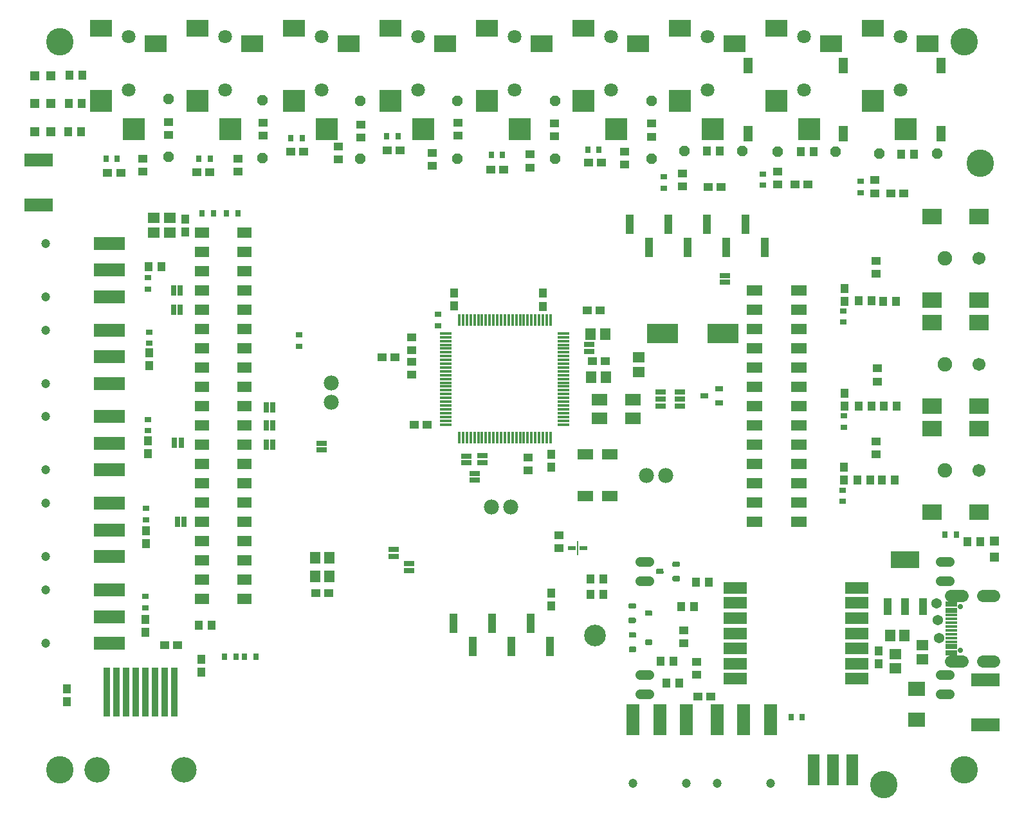
<source format=gts>
G04 EAGLE Gerber RS-274X export*
G75*
%MOMM*%
%FSLAX34Y34*%
%LPD*%
%INSoldermask Top*%
%IPPOS*%
%AMOC8*
5,1,8,0,0,1.08239X$1,22.5*%
G01*
%ADD10C,3.601600*%
%ADD11R,1.101600X2.201600*%
%ADD12R,3.801600X2.201600*%
%ADD13R,1.401600X1.601600*%
%ADD14R,1.601600X1.401600*%
%ADD15R,1.201600X1.101600*%
%ADD16R,1.101600X1.201600*%
%ADD17C,1.981200*%
%ADD18C,1.801600*%
%ADD19R,2.901600X2.301600*%
%ADD20R,2.901600X2.901600*%
%ADD21R,2.001600X1.501600*%
%ADD22R,1.301600X1.301600*%
%ADD23R,2.501600X2.101600*%
%ADD24C,1.701600*%
%ADD25C,1.901600*%
%ADD26R,1.371600X0.736600*%
%ADD27R,0.861600X6.451600*%
%ADD28C,3.351600*%
%ADD29R,1.601600X0.371600*%
%ADD30R,0.371600X1.601600*%
%ADD31R,2.001600X1.401600*%
%ADD32R,3.101600X1.601600*%
%ADD33R,4.101600X1.701600*%
%ADD34C,1.201600*%
%ADD35R,1.625600X4.165600*%
%ADD36C,2.851600*%
%ADD37R,1.879600X1.371600*%
%ADD38R,1.371600X0.660400*%
%ADD39R,1.701600X4.101600*%
%ADD40R,0.736600X1.371600*%
%ADD41C,1.301600*%
%ADD42P,1.429621X8X112.500000*%
%ADD43P,1.429621X8X22.500000*%
%ADD44R,2.133600X1.371600*%
%ADD45R,1.193800X2.108200*%
%ADD46R,0.901600X0.701600*%
%ADD47R,0.701600X0.901600*%
%ADD48R,4.101600X2.601600*%
%ADD49R,1.117600X0.736600*%
%ADD50R,1.101600X2.601600*%
%ADD51R,3.801600X1.801600*%
%ADD52R,1.117600X0.609600*%
%ADD53R,0.152400X1.828800*%
%ADD54C,1.601600*%
%ADD55R,1.501600X0.701600*%
%ADD56R,1.501600X0.401600*%
%ADD57C,0.701600*%
%ADD58C,1.371600*%
%ADD59R,2.261600X1.881600*%

G36*
X863473Y316648D02*
X863473Y316648D01*
X863474Y316646D01*
X863756Y316668D01*
X863761Y316672D01*
X863764Y316669D01*
X864038Y316735D01*
X864042Y316740D01*
X864045Y316738D01*
X864306Y316846D01*
X864309Y316851D01*
X864313Y316849D01*
X864554Y316997D01*
X864556Y317003D01*
X864560Y317002D01*
X864775Y317185D01*
X864777Y317191D01*
X864781Y317190D01*
X864964Y317405D01*
X864964Y317411D01*
X864968Y317412D01*
X865116Y317653D01*
X865116Y317658D01*
X865120Y317659D01*
X865228Y317920D01*
X865226Y317926D01*
X865230Y317928D01*
X865296Y318202D01*
X865294Y318207D01*
X865296Y318209D01*
X865297Y318209D01*
X865319Y318491D01*
X865318Y318494D01*
X865320Y318496D01*
X865298Y322278D01*
X865292Y322284D01*
X865296Y322289D01*
X865230Y322563D01*
X865226Y322567D01*
X865228Y322570D01*
X865120Y322831D01*
X865115Y322834D01*
X865116Y322838D01*
X864968Y323079D01*
X864963Y323081D01*
X864964Y323085D01*
X864781Y323300D01*
X864775Y323302D01*
X864775Y323306D01*
X864560Y323489D01*
X864555Y323489D01*
X864554Y323493D01*
X864313Y323641D01*
X864307Y323641D01*
X864306Y323645D01*
X864045Y323753D01*
X864040Y323751D01*
X864038Y323755D01*
X863764Y323821D01*
X863758Y323819D01*
X863756Y323822D01*
X863474Y323844D01*
X863472Y323843D01*
X863470Y323845D01*
X857470Y323845D01*
X857468Y323843D01*
X857467Y323844D01*
X857185Y323822D01*
X857180Y323818D01*
X857177Y323821D01*
X856903Y323755D01*
X856899Y323751D01*
X856896Y323753D01*
X856635Y323645D01*
X856632Y323640D01*
X856628Y323641D01*
X856387Y323493D01*
X856384Y323488D01*
X856380Y323489D01*
X856165Y323306D01*
X856164Y323300D01*
X856160Y323300D01*
X855977Y323085D01*
X855977Y323079D01*
X855972Y323079D01*
X855824Y322838D01*
X855825Y322832D01*
X855821Y322831D01*
X855713Y322570D01*
X855713Y322569D01*
X855714Y322565D01*
X855710Y322563D01*
X855644Y322289D01*
X855647Y322283D01*
X855643Y322281D01*
X855621Y321999D01*
X855623Y321996D01*
X855621Y321995D01*
X855643Y318213D01*
X855648Y318206D01*
X855644Y318202D01*
X855710Y317928D01*
X855715Y317924D01*
X855713Y317920D01*
X855821Y317659D01*
X855826Y317656D01*
X855824Y317653D01*
X855972Y317412D01*
X855978Y317409D01*
X855977Y317405D01*
X856160Y317190D01*
X856166Y317189D01*
X856165Y317185D01*
X856380Y317002D01*
X856386Y317001D01*
X856387Y316997D01*
X856628Y316849D01*
X856633Y316850D01*
X856635Y316846D01*
X856896Y316738D01*
X856901Y316739D01*
X856903Y316735D01*
X857177Y316669D01*
X857182Y316672D01*
X857185Y316668D01*
X857467Y316646D01*
X857469Y316648D01*
X857470Y316646D01*
X863470Y316646D01*
X863473Y316648D01*
G37*
G36*
X841973Y307148D02*
X841973Y307148D01*
X841974Y307146D01*
X842256Y307168D01*
X842261Y307172D01*
X842264Y307169D01*
X842538Y307235D01*
X842542Y307240D01*
X842545Y307238D01*
X842806Y307346D01*
X842809Y307351D01*
X842813Y307349D01*
X843054Y307497D01*
X843056Y307503D01*
X843060Y307502D01*
X843275Y307685D01*
X843277Y307691D01*
X843281Y307690D01*
X843464Y307905D01*
X843464Y307911D01*
X843468Y307912D01*
X843616Y308153D01*
X843616Y308158D01*
X843620Y308159D01*
X843728Y308420D01*
X843726Y308426D01*
X843730Y308428D01*
X843796Y308702D01*
X843794Y308707D01*
X843796Y308709D01*
X843797Y308709D01*
X843819Y308991D01*
X843818Y308994D01*
X843820Y308996D01*
X843798Y312778D01*
X843792Y312784D01*
X843796Y312789D01*
X843730Y313063D01*
X843726Y313067D01*
X843728Y313070D01*
X843620Y313331D01*
X843615Y313334D01*
X843616Y313338D01*
X843468Y313579D01*
X843463Y313581D01*
X843464Y313585D01*
X843281Y313800D01*
X843275Y313802D01*
X843275Y313806D01*
X843060Y313989D01*
X843055Y313989D01*
X843054Y313993D01*
X842813Y314141D01*
X842807Y314141D01*
X842806Y314145D01*
X842545Y314253D01*
X842540Y314251D01*
X842538Y314255D01*
X842264Y314321D01*
X842258Y314319D01*
X842256Y314322D01*
X841974Y314344D01*
X841972Y314343D01*
X841970Y314345D01*
X835970Y314345D01*
X835968Y314343D01*
X835967Y314344D01*
X835685Y314322D01*
X835680Y314318D01*
X835677Y314321D01*
X835403Y314255D01*
X835399Y314251D01*
X835396Y314253D01*
X835135Y314145D01*
X835132Y314140D01*
X835128Y314141D01*
X834887Y313993D01*
X834884Y313988D01*
X834880Y313989D01*
X834665Y313806D01*
X834664Y313800D01*
X834660Y313800D01*
X834477Y313585D01*
X834477Y313579D01*
X834472Y313579D01*
X834324Y313338D01*
X834325Y313332D01*
X834321Y313331D01*
X834213Y313070D01*
X834213Y313069D01*
X834214Y313065D01*
X834210Y313063D01*
X834144Y312789D01*
X834147Y312783D01*
X834143Y312781D01*
X834121Y312499D01*
X834123Y312496D01*
X834121Y312495D01*
X834143Y308713D01*
X834148Y308706D01*
X834144Y308702D01*
X834210Y308428D01*
X834215Y308424D01*
X834213Y308420D01*
X834321Y308159D01*
X834326Y308156D01*
X834324Y308153D01*
X834472Y307912D01*
X834478Y307909D01*
X834477Y307905D01*
X834660Y307690D01*
X834666Y307689D01*
X834665Y307685D01*
X834880Y307502D01*
X834886Y307501D01*
X834887Y307497D01*
X835128Y307349D01*
X835133Y307350D01*
X835135Y307346D01*
X835396Y307238D01*
X835401Y307239D01*
X835403Y307235D01*
X835677Y307169D01*
X835682Y307172D01*
X835685Y307168D01*
X835967Y307146D01*
X835969Y307148D01*
X835970Y307146D01*
X841970Y307146D01*
X841973Y307148D01*
G37*
G36*
X863473Y297648D02*
X863473Y297648D01*
X863474Y297646D01*
X863756Y297668D01*
X863761Y297672D01*
X863764Y297669D01*
X864038Y297735D01*
X864042Y297740D01*
X864045Y297738D01*
X864306Y297846D01*
X864309Y297851D01*
X864313Y297849D01*
X864554Y297997D01*
X864556Y298003D01*
X864560Y298002D01*
X864775Y298185D01*
X864777Y298191D01*
X864781Y298190D01*
X864964Y298405D01*
X864964Y298411D01*
X864968Y298412D01*
X865116Y298653D01*
X865116Y298658D01*
X865120Y298659D01*
X865228Y298920D01*
X865226Y298926D01*
X865230Y298928D01*
X865296Y299202D01*
X865294Y299207D01*
X865296Y299209D01*
X865297Y299209D01*
X865319Y299491D01*
X865318Y299494D01*
X865320Y299496D01*
X865298Y303278D01*
X865292Y303284D01*
X865296Y303289D01*
X865230Y303563D01*
X865226Y303567D01*
X865228Y303570D01*
X865120Y303831D01*
X865115Y303834D01*
X865116Y303838D01*
X864968Y304079D01*
X864963Y304081D01*
X864964Y304085D01*
X864781Y304300D01*
X864775Y304302D01*
X864775Y304306D01*
X864560Y304489D01*
X864555Y304489D01*
X864554Y304493D01*
X864313Y304641D01*
X864307Y304641D01*
X864306Y304645D01*
X864045Y304753D01*
X864040Y304751D01*
X864038Y304755D01*
X863764Y304821D01*
X863758Y304819D01*
X863756Y304822D01*
X863474Y304844D01*
X863472Y304843D01*
X863470Y304845D01*
X857470Y304845D01*
X857468Y304843D01*
X857467Y304844D01*
X857185Y304822D01*
X857180Y304818D01*
X857177Y304821D01*
X856903Y304755D01*
X856899Y304751D01*
X856896Y304753D01*
X856635Y304645D01*
X856632Y304640D01*
X856628Y304641D01*
X856387Y304493D01*
X856384Y304488D01*
X856380Y304489D01*
X856165Y304306D01*
X856164Y304300D01*
X856160Y304300D01*
X855977Y304085D01*
X855977Y304079D01*
X855972Y304079D01*
X855824Y303838D01*
X855825Y303832D01*
X855821Y303831D01*
X855713Y303570D01*
X855713Y303569D01*
X855714Y303565D01*
X855710Y303563D01*
X855644Y303289D01*
X855647Y303283D01*
X855643Y303281D01*
X855621Y302999D01*
X855623Y302996D01*
X855621Y302995D01*
X855643Y299213D01*
X855648Y299206D01*
X855644Y299202D01*
X855710Y298928D01*
X855715Y298924D01*
X855713Y298920D01*
X855821Y298659D01*
X855826Y298656D01*
X855824Y298653D01*
X855972Y298412D01*
X855978Y298409D01*
X855977Y298405D01*
X856160Y298190D01*
X856166Y298189D01*
X856165Y298185D01*
X856380Y298002D01*
X856386Y298001D01*
X856387Y297997D01*
X856628Y297849D01*
X856633Y297850D01*
X856635Y297846D01*
X856896Y297738D01*
X856901Y297739D01*
X856903Y297735D01*
X857177Y297669D01*
X857182Y297672D01*
X857185Y297668D01*
X857467Y297646D01*
X857469Y297648D01*
X857470Y297646D01*
X863470Y297646D01*
X863473Y297648D01*
G37*
G36*
X805647Y261685D02*
X805647Y261685D01*
X805648Y261684D01*
X805930Y261706D01*
X805934Y261710D01*
X805938Y261707D01*
X806212Y261773D01*
X806215Y261777D01*
X806219Y261775D01*
X806480Y261883D01*
X806483Y261888D01*
X806487Y261887D01*
X806728Y262035D01*
X806730Y262040D01*
X806734Y262039D01*
X806949Y262222D01*
X806950Y262228D01*
X806955Y262228D01*
X807138Y262443D01*
X807138Y262449D01*
X807142Y262449D01*
X807290Y262690D01*
X807290Y262696D01*
X807294Y262697D01*
X807402Y262958D01*
X807400Y262964D01*
X807404Y262965D01*
X807470Y263239D01*
X807468Y263244D01*
X807470Y263246D01*
X807471Y263247D01*
X807493Y263529D01*
X807492Y263532D01*
X807493Y263533D01*
X807471Y267315D01*
X807466Y267322D01*
X807470Y267326D01*
X807404Y267600D01*
X807400Y267604D01*
X807402Y267608D01*
X807294Y267869D01*
X807289Y267872D01*
X807290Y267876D01*
X807142Y268117D01*
X807137Y268119D01*
X807138Y268123D01*
X806955Y268338D01*
X806949Y268339D01*
X806949Y268343D01*
X806734Y268526D01*
X806728Y268527D01*
X806728Y268531D01*
X806487Y268679D01*
X806481Y268678D01*
X806480Y268682D01*
X806219Y268790D01*
X806213Y268789D01*
X806212Y268793D01*
X805938Y268859D01*
X805932Y268856D01*
X805930Y268860D01*
X805648Y268882D01*
X805646Y268880D01*
X805644Y268882D01*
X799644Y268882D01*
X799642Y268880D01*
X799640Y268882D01*
X799358Y268860D01*
X799354Y268856D01*
X799351Y268859D01*
X799077Y268793D01*
X799073Y268788D01*
X799069Y268790D01*
X798808Y268682D01*
X798805Y268677D01*
X798801Y268679D01*
X798560Y268531D01*
X798558Y268525D01*
X798554Y268526D01*
X798339Y268343D01*
X798338Y268337D01*
X798334Y268338D01*
X798151Y268123D01*
X798150Y268117D01*
X798146Y268117D01*
X797998Y267876D01*
X797999Y267870D01*
X797995Y267869D01*
X797887Y267608D01*
X797887Y267607D01*
X797887Y267606D01*
X797888Y267602D01*
X797884Y267600D01*
X797818Y267326D01*
X797821Y267321D01*
X797817Y267319D01*
X797795Y267037D01*
X797797Y267034D01*
X797795Y267032D01*
X797817Y263250D01*
X797822Y263244D01*
X797818Y263239D01*
X797884Y262965D01*
X797889Y262962D01*
X797887Y262958D01*
X797995Y262697D01*
X798000Y262694D01*
X797998Y262690D01*
X798146Y262449D01*
X798152Y262447D01*
X798151Y262443D01*
X798334Y262228D01*
X798340Y262227D01*
X798339Y262222D01*
X798554Y262039D01*
X798560Y262039D01*
X798560Y262035D01*
X798801Y261887D01*
X798807Y261887D01*
X798808Y261883D01*
X799069Y261775D01*
X799075Y261777D01*
X799077Y261773D01*
X799351Y261707D01*
X799356Y261709D01*
X799358Y261706D01*
X799640Y261684D01*
X799643Y261685D01*
X799644Y261683D01*
X805644Y261683D01*
X805647Y261685D01*
G37*
G36*
X827147Y252185D02*
X827147Y252185D01*
X827148Y252184D01*
X827430Y252206D01*
X827434Y252210D01*
X827438Y252207D01*
X827712Y252273D01*
X827715Y252277D01*
X827719Y252275D01*
X827980Y252383D01*
X827983Y252388D01*
X827987Y252387D01*
X828228Y252535D01*
X828230Y252540D01*
X828234Y252539D01*
X828449Y252722D01*
X828450Y252728D01*
X828455Y252728D01*
X828638Y252943D01*
X828638Y252949D01*
X828642Y252949D01*
X828790Y253190D01*
X828790Y253196D01*
X828794Y253197D01*
X828902Y253458D01*
X828900Y253464D01*
X828904Y253465D01*
X828970Y253739D01*
X828968Y253744D01*
X828970Y253746D01*
X828971Y253747D01*
X828993Y254029D01*
X828992Y254032D01*
X828993Y254033D01*
X828971Y257815D01*
X828966Y257822D01*
X828970Y257826D01*
X828904Y258100D01*
X828900Y258104D01*
X828902Y258108D01*
X828794Y258369D01*
X828789Y258372D01*
X828790Y258376D01*
X828642Y258617D01*
X828637Y258619D01*
X828638Y258623D01*
X828455Y258838D01*
X828449Y258839D01*
X828449Y258843D01*
X828234Y259026D01*
X828228Y259027D01*
X828228Y259031D01*
X827987Y259179D01*
X827981Y259178D01*
X827980Y259182D01*
X827719Y259290D01*
X827713Y259289D01*
X827712Y259293D01*
X827438Y259359D01*
X827432Y259356D01*
X827430Y259360D01*
X827148Y259382D01*
X827146Y259380D01*
X827144Y259382D01*
X821144Y259382D01*
X821142Y259380D01*
X821140Y259382D01*
X820858Y259360D01*
X820854Y259356D01*
X820851Y259359D01*
X820577Y259293D01*
X820573Y259288D01*
X820569Y259290D01*
X820308Y259182D01*
X820305Y259177D01*
X820301Y259179D01*
X820060Y259031D01*
X820058Y259025D01*
X820054Y259026D01*
X819839Y258843D01*
X819838Y258837D01*
X819834Y258838D01*
X819651Y258623D01*
X819650Y258617D01*
X819646Y258617D01*
X819498Y258376D01*
X819499Y258370D01*
X819495Y258369D01*
X819387Y258108D01*
X819387Y258107D01*
X819387Y258106D01*
X819388Y258102D01*
X819384Y258100D01*
X819318Y257826D01*
X819321Y257821D01*
X819317Y257819D01*
X819295Y257537D01*
X819297Y257534D01*
X819295Y257532D01*
X819317Y253750D01*
X819322Y253744D01*
X819318Y253739D01*
X819384Y253465D01*
X819389Y253462D01*
X819387Y253458D01*
X819495Y253197D01*
X819500Y253194D01*
X819498Y253190D01*
X819646Y252949D01*
X819652Y252947D01*
X819651Y252943D01*
X819834Y252728D01*
X819840Y252727D01*
X819839Y252722D01*
X820054Y252539D01*
X820060Y252539D01*
X820060Y252535D01*
X820301Y252387D01*
X820307Y252387D01*
X820308Y252383D01*
X820569Y252275D01*
X820575Y252277D01*
X820577Y252273D01*
X820851Y252207D01*
X820856Y252209D01*
X820858Y252206D01*
X821140Y252184D01*
X821143Y252185D01*
X821144Y252183D01*
X827144Y252183D01*
X827147Y252185D01*
G37*
G36*
X805647Y242685D02*
X805647Y242685D01*
X805648Y242684D01*
X805930Y242706D01*
X805934Y242710D01*
X805938Y242707D01*
X806212Y242773D01*
X806215Y242777D01*
X806219Y242775D01*
X806480Y242883D01*
X806483Y242888D01*
X806487Y242887D01*
X806728Y243035D01*
X806730Y243040D01*
X806734Y243039D01*
X806949Y243222D01*
X806950Y243228D01*
X806955Y243228D01*
X807138Y243443D01*
X807138Y243449D01*
X807142Y243449D01*
X807290Y243690D01*
X807290Y243696D01*
X807294Y243697D01*
X807402Y243958D01*
X807400Y243964D01*
X807404Y243965D01*
X807470Y244239D01*
X807468Y244244D01*
X807470Y244246D01*
X807471Y244247D01*
X807493Y244529D01*
X807492Y244532D01*
X807493Y244533D01*
X807471Y248315D01*
X807466Y248322D01*
X807470Y248326D01*
X807404Y248600D01*
X807400Y248604D01*
X807402Y248608D01*
X807294Y248869D01*
X807289Y248872D01*
X807290Y248876D01*
X807142Y249117D01*
X807137Y249119D01*
X807138Y249123D01*
X806955Y249338D01*
X806949Y249339D01*
X806949Y249343D01*
X806734Y249526D01*
X806728Y249527D01*
X806728Y249531D01*
X806487Y249679D01*
X806481Y249678D01*
X806480Y249682D01*
X806219Y249790D01*
X806213Y249789D01*
X806212Y249793D01*
X805938Y249859D01*
X805932Y249856D01*
X805930Y249860D01*
X805648Y249882D01*
X805646Y249880D01*
X805644Y249882D01*
X799644Y249882D01*
X799642Y249880D01*
X799640Y249882D01*
X799358Y249860D01*
X799354Y249856D01*
X799351Y249859D01*
X799077Y249793D01*
X799073Y249788D01*
X799069Y249790D01*
X798808Y249682D01*
X798805Y249677D01*
X798801Y249679D01*
X798560Y249531D01*
X798558Y249525D01*
X798554Y249526D01*
X798339Y249343D01*
X798338Y249337D01*
X798334Y249338D01*
X798151Y249123D01*
X798150Y249117D01*
X798146Y249117D01*
X797998Y248876D01*
X797999Y248870D01*
X797995Y248869D01*
X797887Y248608D01*
X797887Y248607D01*
X797887Y248606D01*
X797888Y248602D01*
X797884Y248600D01*
X797818Y248326D01*
X797821Y248321D01*
X797817Y248319D01*
X797795Y248037D01*
X797797Y248034D01*
X797795Y248032D01*
X797817Y244250D01*
X797822Y244244D01*
X797818Y244239D01*
X797884Y243965D01*
X797889Y243962D01*
X797887Y243958D01*
X797995Y243697D01*
X798000Y243694D01*
X797998Y243690D01*
X798146Y243449D01*
X798152Y243447D01*
X798151Y243443D01*
X798334Y243228D01*
X798340Y243227D01*
X798339Y243222D01*
X798554Y243039D01*
X798560Y243039D01*
X798560Y243035D01*
X798801Y242887D01*
X798807Y242887D01*
X798808Y242883D01*
X799069Y242775D01*
X799075Y242777D01*
X799077Y242773D01*
X799351Y242707D01*
X799356Y242709D01*
X799358Y242706D01*
X799640Y242684D01*
X799643Y242685D01*
X799644Y242683D01*
X805644Y242683D01*
X805647Y242685D01*
G37*
G36*
X805981Y223418D02*
X805981Y223418D01*
X805983Y223416D01*
X806265Y223438D01*
X806269Y223442D01*
X806272Y223439D01*
X806546Y223505D01*
X806550Y223510D01*
X806554Y223508D01*
X806815Y223616D01*
X806818Y223621D01*
X806821Y223619D01*
X807062Y223767D01*
X807065Y223773D01*
X807069Y223772D01*
X807284Y223955D01*
X807285Y223961D01*
X807289Y223960D01*
X807472Y224175D01*
X807473Y224181D01*
X807477Y224181D01*
X807625Y224422D01*
X807624Y224428D01*
X807628Y224429D01*
X807736Y224690D01*
X807735Y224696D01*
X807739Y224698D01*
X807805Y224972D01*
X807802Y224977D01*
X807805Y224979D01*
X807806Y224979D01*
X807828Y225261D01*
X807826Y225264D01*
X807828Y225266D01*
X807806Y229048D01*
X807801Y229054D01*
X807805Y229059D01*
X807739Y229333D01*
X807734Y229336D01*
X807736Y229340D01*
X807628Y229601D01*
X807623Y229604D01*
X807625Y229608D01*
X807477Y229849D01*
X807471Y229851D01*
X807472Y229855D01*
X807289Y230070D01*
X807283Y230071D01*
X807284Y230076D01*
X807069Y230259D01*
X807063Y230259D01*
X807062Y230263D01*
X806821Y230411D01*
X806816Y230411D01*
X806815Y230415D01*
X806554Y230523D01*
X806548Y230521D01*
X806546Y230525D01*
X806272Y230591D01*
X806267Y230589D01*
X806265Y230592D01*
X805983Y230614D01*
X805980Y230613D01*
X805979Y230615D01*
X799979Y230615D01*
X799976Y230613D01*
X799975Y230614D01*
X799693Y230592D01*
X799688Y230588D01*
X799685Y230591D01*
X799411Y230525D01*
X799407Y230521D01*
X799404Y230523D01*
X799143Y230415D01*
X799140Y230410D01*
X799136Y230411D01*
X798895Y230263D01*
X798893Y230258D01*
X798889Y230259D01*
X798674Y230076D01*
X798672Y230070D01*
X798668Y230070D01*
X798485Y229855D01*
X798485Y229849D01*
X798481Y229849D01*
X798333Y229608D01*
X798333Y229602D01*
X798329Y229601D01*
X798221Y229340D01*
X798221Y229339D01*
X798223Y229334D01*
X798219Y229333D01*
X798153Y229059D01*
X798155Y229053D01*
X798152Y229051D01*
X798130Y228769D01*
X798131Y228766D01*
X798129Y228765D01*
X798151Y224983D01*
X798157Y224976D01*
X798153Y224972D01*
X798219Y224698D01*
X798223Y224694D01*
X798221Y224690D01*
X798329Y224429D01*
X798334Y224426D01*
X798333Y224422D01*
X798481Y224181D01*
X798486Y224179D01*
X798485Y224175D01*
X798668Y223960D01*
X798674Y223959D01*
X798674Y223955D01*
X798889Y223772D01*
X798895Y223771D01*
X798895Y223767D01*
X799136Y223619D01*
X799142Y223620D01*
X799143Y223616D01*
X799404Y223508D01*
X799409Y223509D01*
X799411Y223505D01*
X799685Y223439D01*
X799691Y223442D01*
X799693Y223438D01*
X799975Y223416D01*
X799977Y223418D01*
X799979Y223416D01*
X805979Y223416D01*
X805981Y223418D01*
G37*
G36*
X827481Y213918D02*
X827481Y213918D01*
X827483Y213916D01*
X827765Y213938D01*
X827769Y213942D01*
X827772Y213939D01*
X828046Y214005D01*
X828050Y214010D01*
X828054Y214008D01*
X828315Y214116D01*
X828318Y214121D01*
X828321Y214119D01*
X828562Y214267D01*
X828565Y214273D01*
X828569Y214272D01*
X828784Y214455D01*
X828785Y214461D01*
X828789Y214460D01*
X828972Y214675D01*
X828973Y214681D01*
X828977Y214681D01*
X829125Y214922D01*
X829124Y214928D01*
X829128Y214929D01*
X829236Y215190D01*
X829235Y215196D01*
X829239Y215198D01*
X829305Y215472D01*
X829302Y215477D01*
X829305Y215479D01*
X829306Y215479D01*
X829328Y215761D01*
X829326Y215764D01*
X829328Y215766D01*
X829306Y219548D01*
X829301Y219554D01*
X829305Y219559D01*
X829239Y219833D01*
X829234Y219836D01*
X829236Y219840D01*
X829128Y220101D01*
X829123Y220104D01*
X829125Y220108D01*
X828977Y220349D01*
X828971Y220351D01*
X828972Y220355D01*
X828789Y220570D01*
X828783Y220571D01*
X828784Y220576D01*
X828569Y220759D01*
X828563Y220759D01*
X828562Y220763D01*
X828321Y220911D01*
X828316Y220911D01*
X828315Y220915D01*
X828054Y221023D01*
X828048Y221021D01*
X828046Y221025D01*
X827772Y221091D01*
X827767Y221089D01*
X827765Y221092D01*
X827483Y221114D01*
X827480Y221113D01*
X827479Y221115D01*
X821479Y221115D01*
X821476Y221113D01*
X821475Y221114D01*
X821193Y221092D01*
X821188Y221088D01*
X821185Y221091D01*
X820911Y221025D01*
X820907Y221021D01*
X820904Y221023D01*
X820643Y220915D01*
X820640Y220910D01*
X820636Y220911D01*
X820395Y220763D01*
X820393Y220758D01*
X820389Y220759D01*
X820174Y220576D01*
X820172Y220570D01*
X820168Y220570D01*
X819985Y220355D01*
X819985Y220349D01*
X819981Y220349D01*
X819833Y220108D01*
X819833Y220102D01*
X819829Y220101D01*
X819721Y219840D01*
X819721Y219839D01*
X819723Y219834D01*
X819719Y219833D01*
X819653Y219559D01*
X819655Y219553D01*
X819652Y219551D01*
X819630Y219269D01*
X819631Y219266D01*
X819629Y219265D01*
X819651Y215483D01*
X819657Y215476D01*
X819653Y215472D01*
X819719Y215198D01*
X819723Y215194D01*
X819721Y215190D01*
X819829Y214929D01*
X819834Y214926D01*
X819833Y214922D01*
X819981Y214681D01*
X819986Y214679D01*
X819985Y214675D01*
X820168Y214460D01*
X820174Y214459D01*
X820174Y214455D01*
X820389Y214272D01*
X820395Y214271D01*
X820395Y214267D01*
X820636Y214119D01*
X820642Y214120D01*
X820643Y214116D01*
X820904Y214008D01*
X820909Y214009D01*
X820911Y214005D01*
X821185Y213939D01*
X821191Y213942D01*
X821193Y213938D01*
X821475Y213916D01*
X821477Y213918D01*
X821479Y213916D01*
X827479Y213916D01*
X827481Y213918D01*
G37*
G36*
X805981Y204418D02*
X805981Y204418D01*
X805983Y204416D01*
X806265Y204438D01*
X806269Y204442D01*
X806272Y204439D01*
X806546Y204505D01*
X806550Y204510D01*
X806554Y204508D01*
X806815Y204616D01*
X806818Y204621D01*
X806821Y204619D01*
X807062Y204767D01*
X807065Y204773D01*
X807069Y204772D01*
X807284Y204955D01*
X807285Y204961D01*
X807289Y204960D01*
X807472Y205175D01*
X807473Y205181D01*
X807477Y205181D01*
X807625Y205422D01*
X807624Y205428D01*
X807628Y205429D01*
X807736Y205690D01*
X807735Y205696D01*
X807739Y205698D01*
X807805Y205972D01*
X807802Y205977D01*
X807805Y205979D01*
X807806Y205979D01*
X807828Y206261D01*
X807826Y206264D01*
X807828Y206266D01*
X807806Y210048D01*
X807801Y210054D01*
X807805Y210059D01*
X807739Y210333D01*
X807734Y210336D01*
X807736Y210340D01*
X807628Y210601D01*
X807623Y210604D01*
X807625Y210608D01*
X807477Y210849D01*
X807471Y210851D01*
X807472Y210855D01*
X807289Y211070D01*
X807283Y211071D01*
X807284Y211076D01*
X807069Y211259D01*
X807063Y211259D01*
X807062Y211263D01*
X806821Y211411D01*
X806816Y211411D01*
X806815Y211415D01*
X806554Y211523D01*
X806548Y211521D01*
X806546Y211525D01*
X806272Y211591D01*
X806267Y211589D01*
X806265Y211592D01*
X805983Y211614D01*
X805980Y211613D01*
X805979Y211615D01*
X799979Y211615D01*
X799976Y211613D01*
X799975Y211614D01*
X799693Y211592D01*
X799688Y211588D01*
X799685Y211591D01*
X799411Y211525D01*
X799407Y211521D01*
X799404Y211523D01*
X799143Y211415D01*
X799140Y211410D01*
X799136Y211411D01*
X798895Y211263D01*
X798893Y211258D01*
X798889Y211259D01*
X798674Y211076D01*
X798672Y211070D01*
X798668Y211070D01*
X798485Y210855D01*
X798485Y210849D01*
X798481Y210849D01*
X798333Y210608D01*
X798333Y210602D01*
X798329Y210601D01*
X798221Y210340D01*
X798221Y210339D01*
X798223Y210334D01*
X798219Y210333D01*
X798153Y210059D01*
X798155Y210053D01*
X798152Y210051D01*
X798130Y209769D01*
X798131Y209766D01*
X798129Y209765D01*
X798151Y205983D01*
X798157Y205976D01*
X798153Y205972D01*
X798219Y205698D01*
X798223Y205694D01*
X798221Y205690D01*
X798329Y205429D01*
X798334Y205426D01*
X798333Y205422D01*
X798481Y205181D01*
X798486Y205179D01*
X798485Y205175D01*
X798668Y204960D01*
X798674Y204959D01*
X798674Y204955D01*
X798889Y204772D01*
X798895Y204771D01*
X798895Y204767D01*
X799136Y204619D01*
X799142Y204620D01*
X799143Y204616D01*
X799404Y204508D01*
X799409Y204509D01*
X799411Y204505D01*
X799685Y204439D01*
X799691Y204442D01*
X799693Y204438D01*
X799975Y204416D01*
X799977Y204418D01*
X799979Y204416D01*
X805979Y204416D01*
X805981Y204418D01*
G37*
D10*
X1239500Y1008500D03*
X49500Y1008500D03*
X49500Y49500D03*
X1239500Y49500D03*
X1260409Y848515D03*
X1134100Y29500D03*
D11*
X1139105Y263961D03*
X1162105Y263961D03*
X1185105Y263961D03*
D12*
X1162105Y325961D03*
D13*
X1161075Y226036D03*
X1142075Y226036D03*
D14*
X1184460Y194851D03*
X1184460Y213851D03*
D15*
X515884Y504244D03*
X532884Y504244D03*
D16*
X696272Y448071D03*
X696272Y465071D03*
X684918Y677167D03*
X684918Y660167D03*
X568209Y677347D03*
X568209Y660347D03*
D17*
X821155Y437411D03*
X846555Y437411D03*
D15*
X665563Y460894D03*
X665563Y443894D03*
D18*
X139700Y1015376D03*
X139700Y945376D03*
D19*
X103700Y1026376D03*
X175700Y1006376D03*
D20*
X103700Y930376D03*
X146700Y893376D03*
D15*
X192498Y886091D03*
X192498Y903091D03*
X158124Y854526D03*
X158124Y837526D03*
X112249Y835584D03*
X129249Y835584D03*
D18*
X266700Y1015376D03*
X266700Y945376D03*
D19*
X230700Y1026376D03*
X302700Y1006376D03*
D20*
X230700Y930376D03*
X273700Y893376D03*
D15*
X317070Y885196D03*
X317070Y902196D03*
X283632Y854698D03*
X283632Y837698D03*
X229403Y836874D03*
X246403Y836874D03*
D18*
X393700Y1015376D03*
X393700Y945376D03*
D19*
X357700Y1026376D03*
X429700Y1006376D03*
D20*
X357700Y930376D03*
X400700Y893376D03*
D15*
X445214Y882675D03*
X445214Y899675D03*
X415420Y870263D03*
X415420Y853263D03*
X353308Y863402D03*
X370308Y863402D03*
D16*
X1117732Y667154D03*
X1100732Y667154D03*
X1081954Y683400D03*
X1081954Y666400D03*
D15*
X1123900Y703286D03*
X1123900Y720286D03*
D16*
X1149960Y666968D03*
X1132960Y666968D03*
D15*
X512286Y601965D03*
X512286Y618965D03*
X512432Y569632D03*
X512432Y586632D03*
X473622Y592518D03*
X490622Y592518D03*
D21*
X759785Y512665D03*
X803785Y512665D03*
X803785Y536665D03*
X759785Y536665D03*
D16*
X248911Y239772D03*
X231911Y239772D03*
X61674Y964214D03*
X78674Y964214D03*
D22*
X16170Y963930D03*
X37170Y963930D03*
D23*
X1259355Y668204D03*
X1197355Y668204D03*
X1197355Y778204D03*
X1259355Y778204D03*
D24*
X1259355Y723204D03*
D25*
X1214355Y723204D03*
D26*
X924575Y700672D03*
X924575Y691672D03*
D18*
X774700Y1015376D03*
X774700Y945376D03*
D19*
X738700Y1026376D03*
X810700Y1006376D03*
D20*
X738700Y930376D03*
X781700Y893376D03*
D18*
X647700Y1015376D03*
X647700Y945376D03*
D19*
X611700Y1026376D03*
X683700Y1006376D03*
D20*
X611700Y930376D03*
X654700Y893376D03*
D18*
X520700Y1015376D03*
X520700Y945376D03*
D19*
X484700Y1026376D03*
X556700Y1006376D03*
D20*
X484700Y930376D03*
X527700Y893376D03*
D18*
X901700Y1015376D03*
X901700Y945376D03*
D19*
X865700Y1026376D03*
X937700Y1006376D03*
D20*
X865700Y930376D03*
X908700Y893376D03*
D18*
X1028700Y1015376D03*
X1028700Y945376D03*
D19*
X992700Y1026376D03*
X1064700Y1006376D03*
D20*
X992700Y930376D03*
X1035700Y893376D03*
D18*
X1155700Y1015376D03*
X1155700Y945376D03*
D19*
X1119700Y1026376D03*
X1191700Y1006376D03*
D20*
X1119700Y930376D03*
X1162700Y893376D03*
D23*
X1259355Y528504D03*
X1197355Y528504D03*
X1197355Y638504D03*
X1259355Y638504D03*
D24*
X1259355Y583504D03*
D25*
X1214355Y583504D03*
D23*
X1259355Y388804D03*
X1197355Y388804D03*
X1197355Y498804D03*
X1259355Y498804D03*
D24*
X1259355Y443804D03*
D25*
X1214355Y443804D03*
D27*
X110833Y151903D03*
X123533Y151903D03*
X136233Y151903D03*
X148933Y151903D03*
X161633Y151903D03*
X174333Y151903D03*
X187033Y151903D03*
X199733Y151903D03*
D28*
X98133Y49653D03*
X212433Y49653D03*
D29*
X557505Y504364D03*
X557505Y509364D03*
X557505Y514364D03*
X557505Y519364D03*
X557505Y524364D03*
X557505Y529364D03*
X557505Y534364D03*
X557505Y539364D03*
X557505Y544364D03*
X557505Y549364D03*
X557505Y554364D03*
X557505Y559364D03*
X557505Y564364D03*
X557505Y569364D03*
X557505Y574364D03*
X557505Y579364D03*
X557505Y584364D03*
X557505Y589364D03*
X557505Y594364D03*
X557505Y599364D03*
X557505Y604364D03*
X557505Y609364D03*
X557505Y614364D03*
X557505Y619364D03*
X557505Y624364D03*
X712505Y504364D03*
X712505Y509364D03*
X712505Y514364D03*
X712505Y519364D03*
X712505Y524364D03*
X712505Y529364D03*
X712505Y534364D03*
X712505Y539364D03*
X712505Y544364D03*
X712505Y549364D03*
X712505Y554364D03*
X712505Y559364D03*
X712505Y564364D03*
X712505Y569364D03*
X712505Y574364D03*
X712505Y579364D03*
X712505Y584364D03*
X712505Y589364D03*
X712505Y594364D03*
X712505Y599364D03*
X712505Y604364D03*
X712505Y609364D03*
X712505Y614364D03*
X712505Y619364D03*
X712505Y624364D03*
D30*
X695005Y641864D03*
X690005Y641864D03*
X685005Y641864D03*
X680005Y641864D03*
X675005Y641864D03*
X670005Y641864D03*
X665005Y641864D03*
X660005Y641864D03*
X655005Y641864D03*
X650005Y641864D03*
X645005Y641864D03*
X640005Y641864D03*
X635005Y641864D03*
X630005Y641864D03*
X625005Y641864D03*
X620005Y641864D03*
X615005Y641864D03*
X610005Y641864D03*
X605005Y641864D03*
X600005Y641864D03*
X595005Y641864D03*
X590005Y641864D03*
X585005Y641864D03*
X580005Y641864D03*
X575005Y641864D03*
X575005Y486864D03*
X580005Y486864D03*
X585005Y486864D03*
X590005Y486864D03*
X595005Y486864D03*
X600005Y486864D03*
X605005Y486864D03*
X610005Y486864D03*
X615005Y486864D03*
X620005Y486864D03*
X625005Y486864D03*
X630005Y486864D03*
X635005Y486864D03*
X640005Y486864D03*
X645005Y486864D03*
X650005Y486864D03*
X655005Y486864D03*
X660005Y486864D03*
X665005Y486864D03*
X670005Y486864D03*
X675005Y486864D03*
X680005Y486864D03*
X685005Y486864D03*
X690005Y486864D03*
X695005Y486864D03*
D16*
X1133679Y528200D03*
X1150679Y528200D03*
X1131453Y431546D03*
X1148453Y431546D03*
X1117806Y528482D03*
X1100806Y528482D03*
X1116031Y431299D03*
X1099031Y431299D03*
X1081989Y545856D03*
X1081989Y528856D03*
X1081033Y448484D03*
X1081033Y431484D03*
D15*
X1125160Y561099D03*
X1125160Y578099D03*
X1123773Y465058D03*
X1123773Y482058D03*
X573285Y884601D03*
X573285Y901601D03*
X539420Y862110D03*
X539420Y845110D03*
X480488Y865115D03*
X497488Y865115D03*
X700689Y884449D03*
X700689Y901449D03*
X667761Y860054D03*
X667761Y843054D03*
X616444Y839877D03*
X633444Y839877D03*
X827850Y883710D03*
X827850Y900710D03*
X792379Y864039D03*
X792379Y847039D03*
X745490Y849008D03*
X762490Y849008D03*
D16*
X900998Y864266D03*
X917998Y864266D03*
D15*
X869123Y835046D03*
X869123Y818046D03*
X919409Y817546D03*
X902409Y817546D03*
D16*
X1024276Y863647D03*
X1041276Y863647D03*
D15*
X994220Y837384D03*
X994220Y820384D03*
X1016873Y821040D03*
X1033873Y821040D03*
D16*
X1156841Y860820D03*
X1173841Y860820D03*
D15*
X1121816Y826148D03*
X1121816Y809148D03*
X1160272Y808800D03*
X1143272Y808800D03*
D31*
X741024Y464767D03*
X741024Y409767D03*
X773024Y409767D03*
X773024Y464767D03*
D32*
X938578Y289170D03*
X938578Y269170D03*
X938578Y249170D03*
X938578Y229170D03*
X938578Y209170D03*
X938578Y189170D03*
X938578Y169170D03*
X1098578Y169170D03*
X1098578Y189170D03*
X1098578Y209170D03*
X1098578Y229170D03*
X1098578Y249170D03*
X1098578Y269170D03*
X1098578Y289170D03*
D33*
X114337Y742610D03*
X114337Y707610D03*
D34*
X30337Y742610D03*
X30337Y672610D03*
D33*
X114337Y672610D03*
X114337Y628310D03*
X114337Y593310D03*
D34*
X30337Y628310D03*
X30337Y558310D03*
D33*
X114337Y558310D03*
D16*
X61057Y927404D03*
X78057Y927404D03*
D22*
X16170Y927100D03*
X37170Y927100D03*
D16*
X60373Y889966D03*
X77373Y889966D03*
D22*
X16170Y890270D03*
X37170Y890270D03*
D35*
X1041831Y49274D03*
X1067231Y49274D03*
X1092631Y49274D03*
D36*
X753442Y225878D03*
D37*
X291899Y757173D03*
X236019Y757173D03*
X291899Y731773D03*
X236019Y731773D03*
X291899Y706373D03*
X236019Y706373D03*
X291899Y680973D03*
X236019Y680973D03*
X291899Y655573D03*
X236019Y655573D03*
X291899Y630173D03*
X236019Y630173D03*
X291899Y604773D03*
X236019Y604773D03*
X291899Y579373D03*
X236019Y579373D03*
X291899Y553973D03*
X236019Y553973D03*
X291899Y528573D03*
X236019Y528573D03*
X291899Y503173D03*
X236019Y503173D03*
X291899Y477773D03*
X236019Y477773D03*
X291899Y452373D03*
X236019Y452373D03*
X291899Y426973D03*
X236019Y426973D03*
X291899Y401573D03*
X236019Y401573D03*
X291899Y376173D03*
X236019Y376173D03*
X291899Y350773D03*
X236019Y350773D03*
X291899Y325373D03*
X236019Y325373D03*
X291899Y299973D03*
X236019Y299973D03*
X291899Y274573D03*
X236019Y274573D03*
D33*
X114337Y514570D03*
X114337Y479570D03*
D34*
X30337Y514570D03*
X30337Y444570D03*
D33*
X114337Y444570D03*
X114337Y400270D03*
X114337Y365270D03*
D34*
X30337Y400270D03*
X30337Y330270D03*
D33*
X114337Y330270D03*
X114337Y285970D03*
X114337Y250970D03*
D34*
X30337Y285970D03*
X30337Y215970D03*
D33*
X114337Y215970D03*
D38*
X839586Y547178D03*
X839586Y537780D03*
X839586Y528382D03*
X865494Y528382D03*
X865494Y537780D03*
X865494Y547178D03*
D26*
X745924Y600528D03*
X745924Y609528D03*
D16*
X1127300Y188952D03*
X1127300Y205952D03*
D39*
X914400Y115660D03*
X949400Y115660D03*
D34*
X914400Y31660D03*
X984400Y31660D03*
D39*
X984400Y115660D03*
D40*
X329620Y527050D03*
X320620Y527050D03*
X329620Y502920D03*
X320620Y502920D03*
X329620Y477520D03*
X320620Y477520D03*
X212780Y375920D03*
X203780Y375920D03*
D15*
X870324Y233073D03*
X870324Y216073D03*
D16*
X864570Y163770D03*
X847570Y163770D03*
X884179Y264649D03*
X867179Y264649D03*
D15*
X887528Y191217D03*
X887528Y174217D03*
D16*
X886588Y296607D03*
X903588Y296607D03*
X839707Y192031D03*
X856707Y192031D03*
X764531Y280113D03*
X747531Y280113D03*
X764458Y300559D03*
X747458Y300559D03*
D40*
X207700Y680720D03*
X198700Y680720D03*
X207700Y655320D03*
X198700Y655320D03*
D41*
X813150Y323850D02*
X825150Y323850D01*
X1208150Y323850D02*
X1220150Y323850D01*
X825150Y148850D02*
X813150Y148850D01*
X1208150Y148850D02*
X1220150Y148850D01*
X1220150Y298450D02*
X1208150Y298450D01*
X1208150Y174250D02*
X1220150Y174250D01*
X825150Y174250D02*
X813150Y174250D01*
X813150Y298450D02*
X825150Y298450D01*
D42*
X192600Y856692D03*
X192600Y932892D03*
X316230Y855153D03*
X316230Y931353D03*
X444500Y854710D03*
X444500Y930910D03*
X572770Y854710D03*
X572770Y930910D03*
X701040Y854710D03*
X701040Y930910D03*
X828040Y854710D03*
X828040Y930910D03*
D43*
X871220Y864870D03*
X947420Y864870D03*
X994410Y863600D03*
X1070610Y863600D03*
X1127760Y861060D03*
X1203960Y861060D03*
D14*
X811551Y573625D03*
X811551Y592625D03*
D15*
X750146Y588051D03*
X767146Y588051D03*
D13*
X748619Y566812D03*
X767619Y566812D03*
D15*
X743423Y654863D03*
X760423Y654863D03*
D13*
X747901Y623557D03*
X766901Y623557D03*
D44*
X1022112Y680720D03*
X963692Y680720D03*
X963692Y655320D03*
X1022112Y655320D03*
X963692Y629920D03*
X1022112Y629920D03*
X963692Y604520D03*
X1022112Y604520D03*
X963692Y579120D03*
X1022112Y579120D03*
X963692Y553720D03*
X1022112Y553720D03*
X963692Y528320D03*
X1022112Y528320D03*
X963692Y502920D03*
X1022112Y502920D03*
X963692Y477520D03*
X1022112Y477520D03*
X963692Y452120D03*
X1022112Y452120D03*
X963692Y426720D03*
X1022112Y426720D03*
X963692Y401320D03*
X1022112Y401320D03*
X963692Y375920D03*
X1022112Y375920D03*
D45*
X955040Y887222D03*
X955040Y977138D03*
X1080770Y887222D03*
X1080770Y977138D03*
X1209040Y887222D03*
X1209040Y977138D03*
D16*
X166990Y599062D03*
X166990Y582062D03*
X165251Y482997D03*
X165251Y465997D03*
X162900Y364521D03*
X162900Y347521D03*
X162208Y247323D03*
X162208Y230323D03*
D15*
X906390Y146050D03*
X889390Y146050D03*
X187080Y213360D03*
X204080Y213360D03*
D14*
X1148731Y182735D03*
X1148731Y201735D03*
D16*
X166132Y712026D03*
X183132Y712026D03*
X1260777Y350165D03*
X1243777Y350165D03*
D22*
X1279184Y329658D03*
X1279184Y350658D03*
D16*
X695954Y264887D03*
X695954Y281887D03*
D17*
X643106Y395974D03*
X617706Y395974D03*
D26*
X393611Y470670D03*
X393611Y479670D03*
D40*
X200144Y480347D03*
X209144Y480347D03*
D26*
X584634Y462770D03*
X584634Y453770D03*
X605161Y462973D03*
X605161Y453973D03*
X595053Y439910D03*
X595053Y430910D03*
D46*
X547209Y634437D03*
X547209Y649437D03*
X1079920Y417915D03*
X1079920Y402915D03*
X1081561Y515593D03*
X1081561Y500593D03*
X1080858Y654189D03*
X1080858Y639189D03*
D47*
X124835Y854230D03*
X109835Y854230D03*
X247002Y854626D03*
X232002Y854626D03*
X368330Y881491D03*
X353330Y881491D03*
X494445Y884314D03*
X479445Y884314D03*
X632057Y859587D03*
X617057Y859587D03*
X758933Y866525D03*
X743933Y866525D03*
D46*
X844615Y830669D03*
X844615Y815669D03*
X974890Y834490D03*
X974890Y819490D03*
X1103098Y824865D03*
X1103098Y809865D03*
D48*
X842540Y624600D03*
X922540Y624600D03*
D49*
X897400Y542144D03*
X917400Y551644D03*
X917400Y532644D03*
D15*
X706433Y341541D03*
X706433Y358541D03*
D26*
X509280Y320710D03*
X509280Y311710D03*
X488990Y339400D03*
X488990Y330400D03*
D46*
X165447Y697485D03*
X165447Y682485D03*
X167315Y611105D03*
X167315Y626105D03*
X165505Y496018D03*
X165505Y511018D03*
X162681Y378755D03*
X162681Y393755D03*
X161816Y262936D03*
X161816Y277936D03*
D47*
X1011631Y118729D03*
X1026631Y118729D03*
X265887Y198248D03*
X280887Y198248D03*
X292076Y198125D03*
X307076Y198125D03*
X1229408Y358840D03*
X1214408Y358840D03*
D46*
X364306Y622409D03*
X364306Y607409D03*
D47*
X236427Y782320D03*
X251427Y782320D03*
X268846Y782409D03*
X283846Y782409D03*
D13*
X385195Y328824D03*
X404195Y328824D03*
X385100Y304299D03*
X404100Y304299D03*
D15*
X386398Y282491D03*
X403398Y282491D03*
D14*
X193747Y757551D03*
X193747Y776551D03*
X172935Y757498D03*
X172935Y776498D03*
D16*
X214456Y758112D03*
X214456Y775112D03*
X58674Y156356D03*
X58674Y139356D03*
X235215Y177658D03*
X235215Y194658D03*
D50*
X567690Y242530D03*
X593090Y212130D03*
X618490Y242530D03*
X643890Y212130D03*
X669290Y242530D03*
X694690Y212130D03*
D51*
X1267460Y108930D03*
X1267460Y167930D03*
X21590Y852460D03*
X21590Y793460D03*
D39*
X803910Y115660D03*
X838910Y115660D03*
D34*
X803910Y31660D03*
X873910Y31660D03*
D39*
X873910Y115660D03*
D52*
X738755Y341624D03*
X723515Y341624D03*
D53*
X731135Y341624D03*
D50*
X977322Y737332D03*
X951922Y767732D03*
X926522Y737332D03*
X901122Y767732D03*
X875722Y737332D03*
X850322Y767732D03*
X824922Y737332D03*
X799522Y767732D03*
D17*
X406400Y533400D03*
X406400Y558800D03*
D54*
X1222007Y192378D02*
X1237007Y192378D01*
D55*
X1222507Y203578D03*
X1222507Y211578D03*
X1222507Y259578D03*
X1222507Y267578D03*
D56*
X1222507Y218078D03*
D57*
X1234507Y206678D03*
X1234507Y264478D03*
D56*
X1222507Y223078D03*
X1222507Y228078D03*
X1222507Y233078D03*
X1222507Y238078D03*
X1222507Y243078D03*
X1222507Y248078D03*
X1222507Y253078D03*
D54*
X1222007Y278878D02*
X1237007Y278878D01*
X1263807Y192378D02*
X1278807Y192378D01*
X1278807Y278878D02*
X1263807Y278878D01*
D58*
X1202826Y268905D03*
X1206645Y222733D03*
X1205284Y246560D03*
D59*
X1176712Y155769D03*
X1176712Y115069D03*
M02*

</source>
